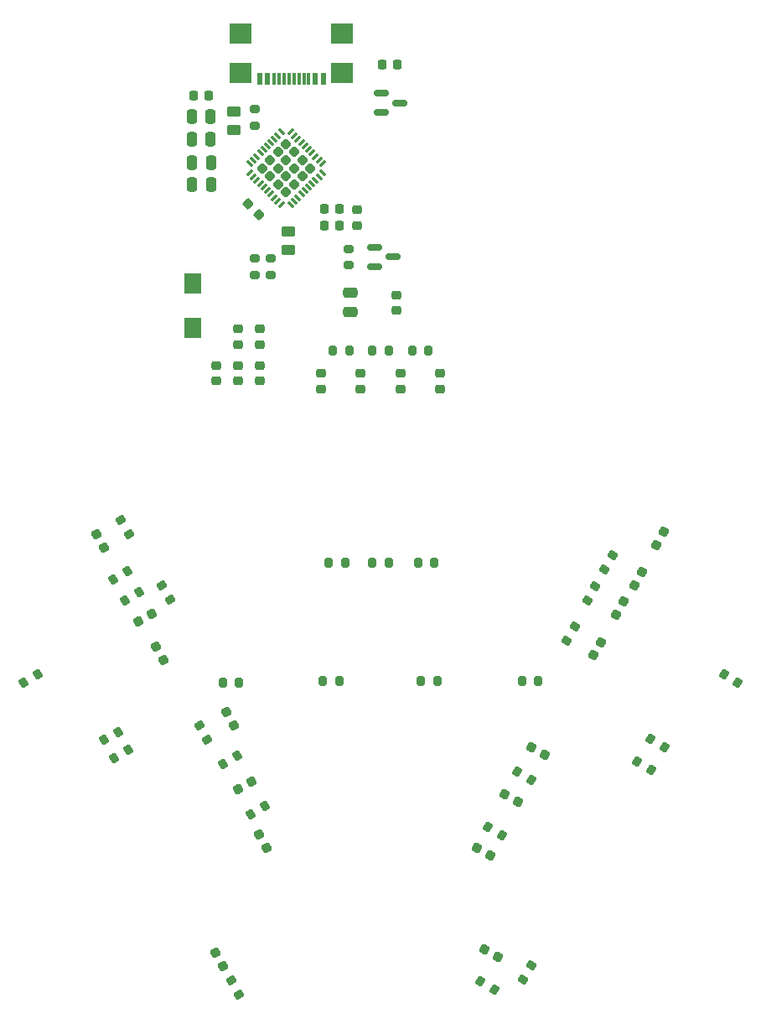
<source format=gtp>
%TF.GenerationSoftware,KiCad,Pcbnew,6.0.9-8da3e8f707~116~ubuntu20.04.1*%
%TF.CreationDate,2023-01-26T21:54:06-05:00*%
%TF.ProjectId,free2breathe_pcb,66726565-3262-4726-9561-7468655f7063,rev?*%
%TF.SameCoordinates,Original*%
%TF.FileFunction,Paste,Top*%
%TF.FilePolarity,Positive*%
%FSLAX46Y46*%
G04 Gerber Fmt 4.6, Leading zero omitted, Abs format (unit mm)*
G04 Created by KiCad (PCBNEW 6.0.9-8da3e8f707~116~ubuntu20.04.1) date 2023-01-26 21:54:06*
%MOMM*%
%LPD*%
G01*
G04 APERTURE LIST*
G04 Aperture macros list*
%AMRoundRect*
0 Rectangle with rounded corners*
0 $1 Rounding radius*
0 $2 $3 $4 $5 $6 $7 $8 $9 X,Y pos of 4 corners*
0 Add a 4 corners polygon primitive as box body*
4,1,4,$2,$3,$4,$5,$6,$7,$8,$9,$2,$3,0*
0 Add four circle primitives for the rounded corners*
1,1,$1+$1,$2,$3*
1,1,$1+$1,$4,$5*
1,1,$1+$1,$6,$7*
1,1,$1+$1,$8,$9*
0 Add four rect primitives between the rounded corners*
20,1,$1+$1,$2,$3,$4,$5,0*
20,1,$1+$1,$4,$5,$6,$7,0*
20,1,$1+$1,$6,$7,$8,$9,0*
20,1,$1+$1,$8,$9,$2,$3,0*%
G04 Aperture macros list end*
%ADD10R,1.800000X2.000000*%
%ADD11R,0.600000X1.150000*%
%ADD12R,0.300000X1.150000*%
%ADD13R,2.180000X2.000000*%
%ADD14RoundRect,0.200000X0.338157X-0.035705X0.138157X0.310705X-0.338157X0.035705X-0.138157X-0.310705X0*%
%ADD15RoundRect,0.200000X0.310705X0.138157X-0.035705X0.338157X-0.310705X-0.138157X0.035705X-0.338157X0*%
%ADD16RoundRect,0.250000X0.250000X0.475000X-0.250000X0.475000X-0.250000X-0.475000X0.250000X-0.475000X0*%
%ADD17RoundRect,0.225000X0.319856X0.104006X-0.069856X0.329006X-0.319856X-0.104006X0.069856X-0.329006X0*%
%ADD18RoundRect,0.200000X-0.200000X-0.275000X0.200000X-0.275000X0.200000X0.275000X-0.200000X0.275000X0*%
%ADD19RoundRect,0.200000X0.138157X-0.310705X0.338157X0.035705X-0.138157X0.310705X-0.338157X-0.035705X0*%
%ADD20RoundRect,0.225000X-0.250000X0.225000X-0.250000X-0.225000X0.250000X-0.225000X0.250000X0.225000X0*%
%ADD21RoundRect,0.218750X0.256250X-0.218750X0.256250X0.218750X-0.256250X0.218750X-0.256250X-0.218750X0*%
%ADD22RoundRect,0.200000X-0.138157X0.310705X-0.338157X-0.035705X0.138157X-0.310705X0.338157X0.035705X0*%
%ADD23RoundRect,0.225000X-0.104006X0.319856X-0.329006X-0.069856X0.104006X-0.319856X0.329006X0.069856X0*%
%ADD24RoundRect,0.225000X0.225000X0.250000X-0.225000X0.250000X-0.225000X-0.250000X0.225000X-0.250000X0*%
%ADD25RoundRect,0.200000X-0.310705X-0.138157X0.035705X-0.338157X0.310705X0.138157X-0.035705X0.338157X0*%
%ADD26RoundRect,0.225000X0.329006X-0.069856X0.104006X0.319856X-0.329006X0.069856X-0.104006X-0.319856X0*%
%ADD27RoundRect,0.200000X-0.338157X0.035705X-0.138157X-0.310705X0.338157X-0.035705X0.138157X0.310705X0*%
%ADD28RoundRect,0.225000X-0.225000X-0.250000X0.225000X-0.250000X0.225000X0.250000X-0.225000X0.250000X0*%
%ADD29RoundRect,0.250000X0.450000X-0.262500X0.450000X0.262500X-0.450000X0.262500X-0.450000X-0.262500X0*%
%ADD30RoundRect,0.225000X0.250000X-0.225000X0.250000X0.225000X-0.250000X0.225000X-0.250000X-0.225000X0*%
%ADD31RoundRect,0.200000X-0.275000X0.200000X-0.275000X-0.200000X0.275000X-0.200000X0.275000X0.200000X0*%
%ADD32RoundRect,0.225000X-0.069856X-0.329006X0.319856X-0.104006X0.069856X0.329006X-0.319856X0.104006X0*%
%ADD33RoundRect,0.200000X-0.035705X-0.338157X0.310705X-0.138157X0.035705X0.338157X-0.310705X0.138157X0*%
%ADD34RoundRect,0.150000X-0.587500X-0.150000X0.587500X-0.150000X0.587500X0.150000X-0.587500X0.150000X0*%
%ADD35RoundRect,0.225000X0.335876X0.017678X0.017678X0.335876X-0.335876X-0.017678X-0.017678X-0.335876X0*%
%ADD36RoundRect,0.200000X0.035705X0.338157X-0.310705X0.138157X-0.035705X-0.338157X0.310705X-0.138157X0*%
%ADD37RoundRect,0.200000X0.200000X0.275000X-0.200000X0.275000X-0.200000X-0.275000X0.200000X-0.275000X0*%
%ADD38RoundRect,0.225000X-0.329006X0.069856X-0.104006X-0.319856X0.329006X-0.069856X0.104006X0.319856X0*%
%ADD39RoundRect,0.232500X-0.328805X0.000000X0.000000X-0.328805X0.328805X0.000000X0.000000X0.328805X0*%
%ADD40RoundRect,0.062500X-0.291682X0.203293X0.203293X-0.291682X0.291682X-0.203293X-0.203293X0.291682X0*%
%ADD41RoundRect,0.062500X-0.291682X-0.203293X-0.203293X-0.291682X0.291682X0.203293X0.203293X0.291682X0*%
%ADD42RoundRect,0.225000X0.104006X-0.319856X0.329006X0.069856X-0.104006X0.319856X-0.329006X-0.069856X0*%
%ADD43RoundRect,0.200000X0.275000X-0.200000X0.275000X0.200000X-0.275000X0.200000X-0.275000X-0.200000X0*%
%ADD44RoundRect,0.225000X-0.319856X-0.104006X0.069856X-0.329006X0.319856X0.104006X-0.069856X0.329006X0*%
%ADD45RoundRect,0.250000X0.475000X-0.250000X0.475000X0.250000X-0.475000X0.250000X-0.475000X-0.250000X0*%
G04 APERTURE END LIST*
D10*
%TO.C,L1*%
X101000000Y-76900000D03*
X101000000Y-81400000D03*
%TD*%
D11*
%TO.C,J1*%
X114200000Y-56237500D03*
X113400000Y-56237500D03*
D12*
X112250000Y-56237500D03*
X111250000Y-56237500D03*
X110750000Y-56237500D03*
X109750000Y-56237500D03*
D11*
X107800000Y-56237500D03*
X108600000Y-56237500D03*
D12*
X109250000Y-56237500D03*
X110250000Y-56237500D03*
X111750000Y-56237500D03*
X112750000Y-56237500D03*
D13*
X116110000Y-55662500D03*
X105890000Y-55662500D03*
X116110000Y-51732500D03*
X105890000Y-51732500D03*
%TD*%
D14*
%TO.C,R21*%
X94612500Y-102214471D03*
X93787500Y-100785529D03*
%TD*%
D15*
%TO.C,R31*%
X148714471Y-123712500D03*
X147285529Y-122887500D03*
%TD*%
D16*
%TO.C,C10*%
X102875002Y-64700000D03*
X100975002Y-64700000D03*
%TD*%
D17*
%TO.C,C30*%
X131100000Y-134700000D03*
X129757660Y-133925000D03*
%TD*%
D18*
%TO.C,R6*%
X124075000Y-117100000D03*
X125725000Y-117100000D03*
%TD*%
D19*
%TO.C,R29*%
X142587500Y-105814471D03*
X143412500Y-104385529D03*
%TD*%
D20*
%TO.C,C17*%
X107800000Y-85225000D03*
X107800000Y-86775000D03*
%TD*%
D14*
%TO.C,R20*%
X102512500Y-123014471D03*
X101687500Y-121585529D03*
%TD*%
D21*
%TO.C,D7*%
X122000000Y-87562500D03*
X122000000Y-85987500D03*
%TD*%
D22*
%TO.C,R35*%
X141712500Y-107485529D03*
X140887500Y-108914471D03*
%TD*%
D20*
%TO.C,C4*%
X107800000Y-81525000D03*
X107800000Y-83075000D03*
%TD*%
D18*
%TO.C,R24*%
X119175000Y-105100000D03*
X120825000Y-105100000D03*
%TD*%
D21*
%TO.C,D8*%
X126000000Y-87562500D03*
X126000000Y-85987500D03*
%TD*%
D23*
%TO.C,C28*%
X146387500Y-106028830D03*
X145612500Y-107371170D03*
%TD*%
D24*
%TO.C,C11*%
X102675000Y-58000000D03*
X101125000Y-58000000D03*
%TD*%
D25*
%TO.C,R27*%
X154671058Y-116400000D03*
X156100000Y-117225000D03*
%TD*%
D18*
%TO.C,R25*%
X123775000Y-105100000D03*
X125425000Y-105100000D03*
%TD*%
D25*
%TO.C,R28*%
X133785529Y-126187500D03*
X135214471Y-127012500D03*
%TD*%
D26*
%TO.C,C19*%
X98087500Y-114971170D03*
X97312500Y-113628830D03*
%TD*%
D27*
%TO.C,R12*%
X104887500Y-147285529D03*
X105712500Y-148714471D03*
%TD*%
D28*
%TO.C,C6*%
X114300000Y-71100000D03*
X115850000Y-71100000D03*
%TD*%
D20*
%TO.C,C1*%
X121637500Y-78075000D03*
X121637500Y-79625000D03*
%TD*%
D29*
%TO.C,TH1*%
X105200000Y-61412500D03*
X105200000Y-59587500D03*
%TD*%
D19*
%TO.C,R30*%
X134387500Y-147214471D03*
X135212500Y-145785529D03*
%TD*%
D21*
%TO.C,D6*%
X118000000Y-87562500D03*
X118000000Y-85987500D03*
%TD*%
D16*
%TO.C,C8*%
X102850000Y-62400000D03*
X100950000Y-62400000D03*
%TD*%
D30*
%TO.C,C14*%
X105600000Y-83075000D03*
X105600000Y-81525000D03*
%TD*%
D18*
%TO.C,R23*%
X114775000Y-105100000D03*
X116425000Y-105100000D03*
%TD*%
D31*
%TO.C,R3*%
X108900000Y-74400000D03*
X108900000Y-76050000D03*
%TD*%
D32*
%TO.C,C24*%
X105628830Y-127987500D03*
X106971170Y-127212500D03*
%TD*%
D33*
%TO.C,R19*%
X83900000Y-117200000D03*
X85328942Y-116375000D03*
%TD*%
D20*
%TO.C,C16*%
X105600000Y-85225000D03*
X105600000Y-86775000D03*
%TD*%
D34*
%TO.C,Q1*%
X119400000Y-73300000D03*
X119400000Y-75200000D03*
X121275000Y-74250000D03*
%TD*%
D35*
%TO.C,C12*%
X107748008Y-69948008D03*
X106651992Y-68851992D03*
%TD*%
D25*
%TO.C,R33*%
X130871058Y-131775000D03*
X132300000Y-132600000D03*
%TD*%
D16*
%TO.C,C9*%
X102875000Y-66900000D03*
X100975000Y-66900000D03*
%TD*%
D36*
%TO.C,R14*%
X93514471Y-122187500D03*
X92085529Y-123012500D03*
%TD*%
D37*
%TO.C,R9*%
X124825000Y-83700000D03*
X123175000Y-83700000D03*
%TD*%
D36*
%TO.C,R15*%
X108314471Y-129687500D03*
X106885529Y-130512500D03*
%TD*%
D38*
%TO.C,C23*%
X91312500Y-102228830D03*
X92087500Y-103571170D03*
%TD*%
D33*
%TO.C,R18*%
X93085529Y-124812500D03*
X94514471Y-123987500D03*
%TD*%
D25*
%TO.C,R26*%
X145885529Y-125187500D03*
X147314471Y-126012500D03*
%TD*%
D36*
%TO.C,R16*%
X94414471Y-105987500D03*
X92985529Y-106812500D03*
%TD*%
D16*
%TO.C,C7*%
X102850000Y-60100000D03*
X100950000Y-60100000D03*
%TD*%
D39*
%TO.C,U1*%
X108020964Y-65300000D03*
X110460482Y-67739518D03*
X111273655Y-65300000D03*
X112900000Y-65300000D03*
X108834136Y-64486827D03*
X110460482Y-64486827D03*
X109647309Y-65300000D03*
X109647309Y-66926346D03*
X111273655Y-63673654D03*
X108834136Y-66113173D03*
X110460482Y-66113173D03*
X112086828Y-66113173D03*
X111273655Y-66926346D03*
X109647309Y-63673654D03*
X112086828Y-64486827D03*
X110460482Y-62860482D03*
D40*
X109974346Y-61631884D03*
X109620793Y-61985437D03*
X109267239Y-62338990D03*
X108913686Y-62692544D03*
X108560133Y-63046097D03*
X108206579Y-63399651D03*
X107853026Y-63753204D03*
X107499472Y-64106757D03*
X107145919Y-64460311D03*
X106792366Y-64813864D03*
D41*
X106792366Y-65786136D03*
X107145919Y-66139689D03*
X107499472Y-66493243D03*
X107853026Y-66846796D03*
X108206579Y-67200349D03*
X108560133Y-67553903D03*
X108913686Y-67907456D03*
X109267239Y-68261010D03*
X109620793Y-68614563D03*
X109974346Y-68968116D03*
D40*
X110946618Y-68968116D03*
X111300171Y-68614563D03*
X111653725Y-68261010D03*
X112007278Y-67907456D03*
X112360831Y-67553903D03*
X112714385Y-67200349D03*
X113067938Y-66846796D03*
X113421492Y-66493243D03*
X113775045Y-66139689D03*
X114128598Y-65786136D03*
D41*
X114128598Y-64813864D03*
X113775045Y-64460311D03*
X113421492Y-64106757D03*
X113067938Y-63753204D03*
X112714385Y-63399651D03*
X112360831Y-63046097D03*
X112007278Y-62692544D03*
X111653725Y-62338990D03*
X111300171Y-61985437D03*
X110946618Y-61631884D03*
%TD*%
D37*
%TO.C,R4*%
X105725000Y-117200000D03*
X104075000Y-117200000D03*
%TD*%
D29*
%TO.C,R2*%
X110700000Y-73525000D03*
X110700000Y-71700000D03*
%TD*%
D17*
%TO.C,C26*%
X133871170Y-129287500D03*
X132528830Y-128512500D03*
%TD*%
D15*
%TO.C,R32*%
X131514471Y-148212500D03*
X130085529Y-147387500D03*
%TD*%
D17*
%TO.C,C25*%
X136571170Y-124487500D03*
X135228830Y-123712500D03*
%TD*%
D37*
%TO.C,R7*%
X116825000Y-83700000D03*
X115175000Y-83700000D03*
%TD*%
D18*
%TO.C,R10*%
X119175000Y-83700000D03*
X120825000Y-83700000D03*
%TD*%
D26*
%TO.C,C18*%
X104087500Y-145871170D03*
X103312500Y-144528830D03*
%TD*%
D24*
%TO.C,C3*%
X115850000Y-69400000D03*
X114300000Y-69400000D03*
%TD*%
D42*
%TO.C,C32*%
X143812500Y-110371170D03*
X144587500Y-109028830D03*
%TD*%
D43*
%TO.C,R1*%
X116800000Y-75075000D03*
X116800000Y-73425000D03*
%TD*%
%TO.C,R11*%
X107300000Y-61000000D03*
X107300000Y-59350000D03*
%TD*%
D34*
%TO.C,Q2*%
X120062500Y-57750000D03*
X120062500Y-59650000D03*
X121937500Y-58700000D03*
%TD*%
D24*
%TO.C,C13*%
X121700000Y-54800000D03*
X120150000Y-54800000D03*
%TD*%
D20*
%TO.C,C15*%
X103400000Y-85225000D03*
X103400000Y-86775000D03*
%TD*%
D44*
%TO.C,C29*%
X130528830Y-144112500D03*
X131871170Y-144887500D03*
%TD*%
D31*
%TO.C,R36*%
X107300000Y-74400000D03*
X107300000Y-76050000D03*
%TD*%
D45*
%TO.C,C2*%
X116937500Y-79775000D03*
X116937500Y-77875000D03*
%TD*%
D38*
%TO.C,C22*%
X104412500Y-120228830D03*
X105187500Y-121571170D03*
%TD*%
D42*
%TO.C,C31*%
X141512500Y-114471170D03*
X142287500Y-113128830D03*
%TD*%
D38*
%TO.C,C20*%
X107712500Y-132528830D03*
X108487500Y-133871170D03*
%TD*%
D37*
%TO.C,R5*%
X115825000Y-117100000D03*
X114175000Y-117100000D03*
%TD*%
D27*
%TO.C,R17*%
X97887500Y-107385529D03*
X98712500Y-108814471D03*
%TD*%
D32*
%TO.C,C21*%
X95528830Y-111087500D03*
X96871170Y-110312500D03*
%TD*%
D21*
%TO.C,D5*%
X114000000Y-87562500D03*
X114000000Y-85987500D03*
%TD*%
D23*
%TO.C,C27*%
X148587500Y-102028830D03*
X147812500Y-103371170D03*
%TD*%
D33*
%TO.C,R13*%
X94185529Y-108912500D03*
X95614471Y-108087500D03*
%TD*%
D22*
%TO.C,R34*%
X139612500Y-111585529D03*
X138787500Y-113014471D03*
%TD*%
D30*
%TO.C,C5*%
X117600000Y-71050000D03*
X117600000Y-69500000D03*
%TD*%
D36*
%TO.C,R22*%
X105514471Y-124587500D03*
X104085529Y-125412500D03*
%TD*%
D18*
%TO.C,R8*%
X134275000Y-117100000D03*
X135925000Y-117100000D03*
%TD*%
M02*

</source>
